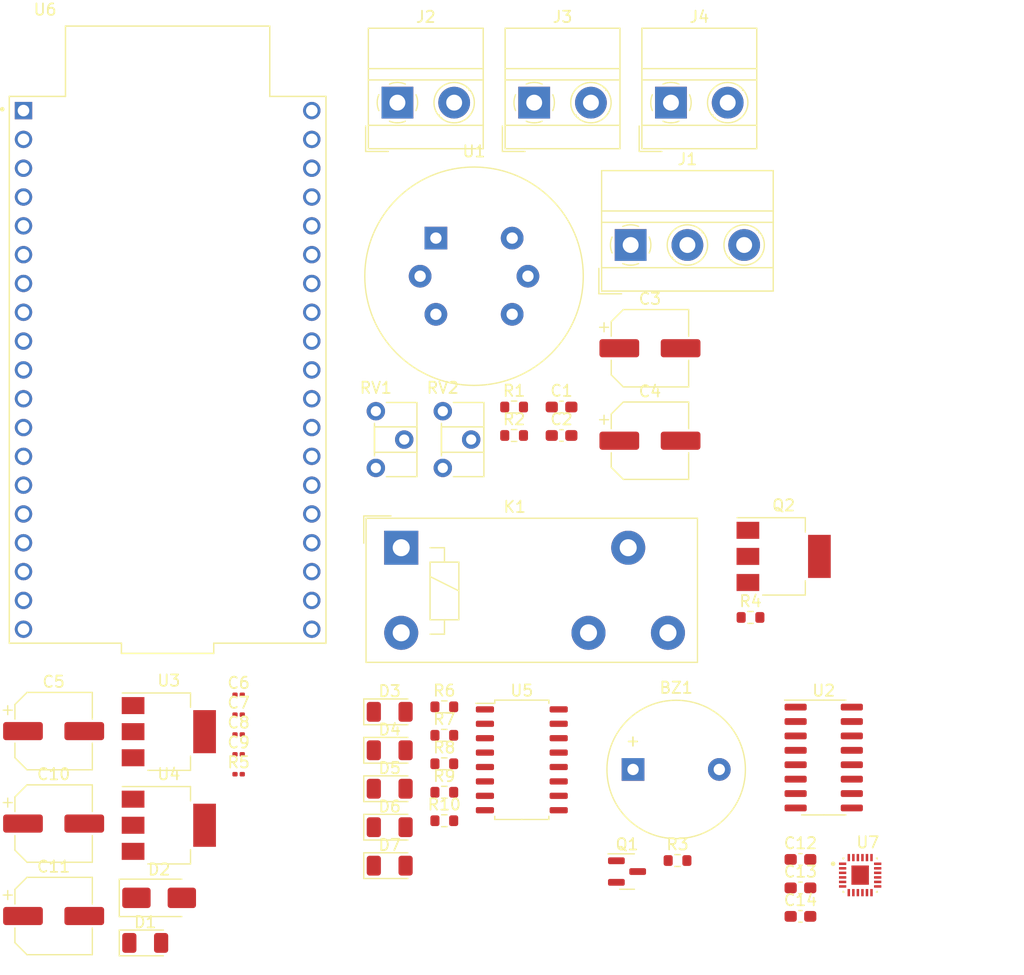
<source format=kicad_pcb>
(kicad_pcb (version 20221018) (generator pcbnew)
  (layers (0 "F.Cu" signal) (31 "B.Cu" signal) (34 "B.Paste" user) (35 "F.Paste" user) (36 "B.SilkS" user "B.Silkscreen") (37 "F.SilkS" user "F.Silkscreen") (38 "B.Mask" user) (39 "F.Mask" user) (44 "Edge.Cuts" user))
  (net 0 "")
  (net 1 "3.3V")
  (net 2 "Net-(BZ1-+)")
  (net 3 "/Controlador/Pin_Sensor_Gas")
  (net 4 "Earth")
  (net 5 "Net-(U1-A1)")
  (net 6 "5V")
  (net 7 "Net-(D2-K)")
  (net 8 "/Controlador/Pin_Sensor_GasEx")
  (net 9 "Net-(D1-A)")
  (net 10 "Positivo de Baateria")
  (net 11 "Net-(D3-K)")
  (net 12 "Net-(D3-A)")
  (net 13 "Net-(D4-K)")
  (net 14 "Net-(D4-A)")
  (net 15 "Net-(D5-K)")
  (net 16 "Net-(D5-A)")
  (net 17 "Net-(D6-K)")
  (net 18 "Net-(D6-A)")
  (net 19 "Net-(D7-K)")
  (net 20 "Net-(D7-A)")
  (net 21 "Positivo de bateria")
  (net 22 "/Controlador/NC_RL")
  (net 24 "/Controlador/SALIDA TRANSISTOR")
  (net 25 "/Controlador/NA_RL")
  (net 26 "/Controlador/Modulo de Diodos/D1")
  (net 27 "/Buzzer/Activador del buzzer")
  (net 28 "Activador de transistor")
  (net 29 "/Controlador/Modulo de Diodos/EN_D1")
  (net 30 "/Controlador/Modulo de Diodos/EN_D2")
  (net 31 "/Controlador/Modulo de Diodos/EN_D3")
  (net 32 "/Controlador/Modulo de Diodos/EN_D4")
  (net 33 "/Controlador/Modulo de Diodos/EN_D5")
  (net 34 "/Controlador/Modulo de Diodos/EN_D6")
  (net 35 "/Controlador/Modulo de Diodos/EN_D7")
  (net 36 "/Controlador/Modulo de Diodos/D7")
  (net 37 "/Controlador/Modulo de Diodos/D6")
  (net 38 "/Controlador/Modulo de Diodos/D5")
  (net 39 "/Controlador/Modulo de Diodos/D4")
  (net 40 "/Controlador/Modulo de Diodos/D3")
  (net 41 "/Controlador/Pin_Activador_LEDr1")
  (net 43 "GNDREF")
  (net 45 "/Controlador/Pin_Activador_LEDam")
  (net 46 "/Controlador/SDA")
  (net 47 "/Controlador/SCL")
  (net 48 "/Controlador/Pin_Activador_LEDr2")
  (net 49 "/Controlador/Pin_Activador_LEDv")
  (net 51 "/Controlador/Pin_Activador_LEDaz")
  (net 53 "/Controlador/Salida_Giroscopio")
  (net 54 "Net-(J1-Pin_3)")
  (net 55 "Net-(U7-REGOUT)")
  (net 56 "Net-(Q1-B)")
  (net 57 "Net-(Q2-G)")
  (footprint "LED_SMD:LED_1206_3216Metric" (layer "F.Cu") (at 34.18 3.07)
    (fp_text reference "D1" (at 0 -1.82) (layer "F.SilkS"))
    (fp_text value "LED")
    (pad "1" smd roundrect (at -1.4 0) (size 1.25 1.75) (layers "F.Cu" "F.Paste" "F.Mask") (roundrect_rratio 0.2) (net 4 "Earth"))
    (pad "2" smd roundrect (at 1.4 0) (size 1.25 1.75) (layers "F.Cu" "F.Paste" "F.Mask") (roundrect_rratio 0.2) (net 9 "Net-(D1-A)"))
  )
  (footprint "Package_TO_SOT_SMD:SOT-223-3_TabPin2" (layer "F.Cu") (at 36.26 -7.3)
    (fp_text reference "U4" (at 0 -4.5) (layer "F.SilkS"))
    (fp_text value "AMS1117-5.0")
    (pad "1" smd rect (at -3.15 -2.3) (size 2 1.5) (layers "F.Cu" "F.Paste" "F.Mask") (net 4 "Earth"))
    (pad "2" smd rect (at -3.15 0) (size 2 1.5) (layers "F.Cu" "F.Paste" "F.Mask") (net 6 "5V"))
    (pad "2" smd rect (at 3.15 0) (size 2 3.8) (layers "F.Cu" "F.Paste" "F.Mask") (net 6 "5V"))
    (pad "3" smd rect (at -3.15 2.3) (size 2 1.5) (layers "F.Cu" "F.Paste" "F.Mask") (net 7 "Net-(D2-K)"))
  )
  (footprint "Capacitor_SMD:C_0201_0603Metric" (layer "F.Cu") (at 42.41 -15.3)
    (fp_text reference "C8" (at 0 -1.05) (layer "F.SilkS"))
    (fp_text value "100nf")
    (pad "1" smd roundrect (at -0.32 0) (size 0.46 0.4) (layers "F.Cu" "F.Mask") (net 1 "3.3V"))
    (pad "2" smd roundrect (at 0.32 0) (size 0.46 0.4) (layers "F.Cu" "F.Mask") (net 4 "Earth"))
  )
  (footprint "LED_SMD:LED_1206_3216Metric" (layer "F.Cu") (at 55.72 -3.74)
    (fp_text reference "D7" (at 0 -1.82) (layer "F.SilkS"))
    (fp_text value "LED")
    (pad "1" smd roundrect (at -1.4 0) (size 1.25 1.75) (layers "F.Cu" "F.Paste" "F.Mask") (roundrect_rratio 0.2) (net 19 "Net-(D7-K)"))
    (pad "2" smd roundrect (at 1.4 0) (size 1.25 1.75) (layers "F.Cu" "F.Paste" "F.Mask") (roundrect_rratio 0.2) (net 20 "Net-(D7-A)"))
  )
  (footprint "Capacitor_SMD:C_0603_1608Metric_Pad1.08x0.95mm_HandSolder" (layer "F.Cu") (at 91.91 -1.78)
    (fp_text reference "C13" (at 0 -1.43) (layer "F.SilkS"))
    (fp_text value "10nF")
    (pad "1" smd roundrect (at -0.8625 0) (size 1.075 0.95) (layers "F.Cu" "F.Paste" "F.Mask") (net 1 "3.3V"))
    (pad "2" smd roundrect (at 0.8625 0) (size 1.075 0.95) (layers "F.Cu" "F.Paste" "F.Mask") (net 4 "Earth"))
  )
  (footprint "Capacitor_SMD:C_0603_1608Metric_Pad1.08x0.95mm_HandSolder" (layer "F.Cu") (at 70.86 -44.17)
    (fp_text reference "C1" (at 0 -1.43) (layer "F.SilkS"))
    (fp_text value "100nF")
    (pad "1" smd roundrect (at -0.8625 0) (size 1.075 0.95) (layers "F.Cu" "F.Paste" "F.Mask") (net 5 "Net-(U1-A1)"))
    (pad "2" smd roundrect (at 0.8625 0) (size 1.075 0.95) (layers "F.Cu" "F.Paste" "F.Mask") (net 6 "5V"))
  )
  (footprint "Buzzer_Beeper:Buzzer_12x9.5RM7.6" (layer "F.Cu") (at 77.16 -12.22)
    (fp_text reference "BZ1" (at 3.8 -7.2) (layer "F.SilkS"))
    (fp_text value "Buzzer")
    (fp_text user "+" (at -0.01 -2.54) (layer "F.SilkS"))
    (pad "1" thru_hole rect (at 0 0) (size 2 2) (drill 1) (layers "*.Cu" "*.Mask") (net 1 "3.3V"))
    (pad "2" thru_hole circle (at 7.6 0) (size 2 2) (drill 1) (layers "*.Cu" "*.Mask") (net 2 "Net-(BZ1-+)"))
  )
  (footprint "Resistor_SMD:R_0603_1608Metric" (layer "F.Cu") (at 66.68 -44.17)
    (fp_text reference "R1" (at 0 -1.43) (layer "F.SilkS"))
    (fp_text value "100")
    (pad "1" smd roundrect (at -0.825 0) (size 0.8 0.95) (layers "F.Cu" "F.Paste" "F.Mask") (net 8 "/Controlador/Pin_Sensor_GasEx"))
    (pad "2" smd roundrect (at 0.825 0) (size 0.8 0.95) (layers "F.Cu" "F.Paste" "F.Mask") (net 4 "Earth"))
  )
  (footprint "Resistor_SMD:R_0603_1608Metric" (layer "F.Cu") (at 60.53 -17.74)
    (fp_text reference "R6" (at 0 -1.43) (layer "F.SilkS"))
    (fp_text value "220")
    (pad "1" smd roundrect (at -0.825 0) (size 0.8 0.95) (layers "F.Cu" "F.Paste" "F.Mask") (net 6 "5V"))
    (pad "2" smd roundrect (at 0.825 0) (size 0.8 0.95) (layers "F.Cu" "F.Paste" "F.Mask") (net 12 "Net-(D3-A)"))
  )
  (footprint "Package_SO:SOIC-16_4.55x10.3mm_P1.27mm" (layer "F.Cu") (at 67.36 -13.07)
    (fp_text reference "U5" (at 0 -6.1) (layer "F.SilkS"))
    (fp_text value "ULN2003")
    (pad "1" smd roundrect (at -3.25 -4.445) (size 1.6 0.55) (layers "F.Cu" "F.Paste" "F.Mask") (net 41 "/Controlador/Pin_Activador_LEDr1"))
    (pad "2" smd roundrect (at -3.25 -3.175) (size 1.6 0.55) (layers "F.Cu" "F.Paste" "F.Mask") (net 48 "/Controlador/Pin_Activador_LEDr2"))
    (pad "3" smd roundrect (at -3.25 -1.905) (size 1.6 0.55) (layers "F.Cu" "F.Paste" "F.Mask") (net 51 "/Controlador/Pin_Activador_LEDaz"))
    (pad "4" smd roundrect (at -3.25 -0.635) (size 1.6 0.55) (layers "F.Cu" "F.Paste" "F.Mask") (net 45 "/Controlador/Pin_Activador_LEDam"))
    (pad "5" smd roundrect (at -3.25 0.635) (size 1.6 0.55) (layers "F.Cu" "F.Paste" "F.Mask") (net 49 "/Controlador/Pin_Activador_LEDv"))
    (pad "6" smd roundrect (at -3.25 1.905) (size 1.6 0.55) (layers "F.Cu" "F.Paste" "F.Mask"))
    (pad "7" smd roundrect (at -3.25 3.175) (size 1.6 0.55) (layers "F.Cu" "F.Paste" "F.Mask"))
    (pad "8" smd roundrect (at -3.25 4.445) (size 1.6 0.55) (layers "F.Cu" "F.Paste" "F.Mask") (net 43 "GNDREF"))
    (pad "9" smd roundrect (at 3.25 4.445) (size 1.6 0.55) (layers "F.Cu" "F.Paste" "F.Mask") (net 43 "GNDREF"))
    (pad "10" smd roundrect (at 3.25 3.175) (size 1.6 0.55) (layers "F.Cu" "F.Paste" "F.Mask"))
    (pad "11" smd roundrect (at 3.25 1.905) (size 1.6 0.55) (layers "F.Cu" "F.Paste" "F.Mask"))
    (pad "12" smd roundrect (at 3.25 0.635) (size 1.6 0.55) (layers "F.Cu" "F.Paste" "F.Mask") (net 19 "Net-(D7-K)"))
    (pad "13" smd roundrect (at 3.25 -0.635) (size 1.6 0.55) (layers "F.Cu" "F.Paste" "F.Mask") (net 17 "Net-(D6-K)"))
    (pad "14" smd roundrect (at 3.25 -1.905) (size 1.6 0.55) (layers "F.Cu" "F.Paste" "F.Mask") (net 15 "Net-(D5-K)"))
    (pad "15" smd roundrect (at 3.25 -3.175) (size 1.6 0.55) (layers "F.Cu" "F.Paste" "F.Mask") (net 13 "Net-(D4-K)"))
    (pad "16" smd roundrect (at 3.25 -4.445) (size 1.6 0.55) (layers "F.Cu" "F.Paste" "F.Mask") (net 11 "Net-(D3-K)"))
  )
  (footprint "Capacitor_SMD:CP_Elec_6.3x3" (layer "F.Cu") (at 26.11 -7.45)
    (fp_text reference "C10" (at 0 -4.35) (layer "F.SilkS"))
    (fp_text value "22uf")
    (pad "1" smd roundrect (at -2.7 0) (size 3.5 1.6) (layers "F.Cu" "F.Paste" "F.Mask") (roundrect_rratio 0.15625) (net 1 "3.3V"))
    (pad "2" smd roundrect (at 2.7 0) (size 3.5 1.6) (layers "F.Cu" "F.Paste" "F.Mask") (roundrect_rratio 0.15625) (net 4 "Earth"))
  )
  (footprint "Resistor_SMD:R_0603_1608Metric" (layer "F.Cu") (at 60.53 -12.72)
    (fp_text reference "R8" (at 0 -1.43) (layer "F.SilkS"))
    (fp_text value "220")
    (pad "1" smd roundrect (at -0.825 0) (size 0.8 0.95) (layers "F.Cu" "F.Paste" "F.Mask") (net 6 "5V"))
    (pad "2" smd roundrect (at 0.825 0) (size 0.8 0.95) (layers "F.Cu" "F.Paste" "F.Mask") (net 16 "Net-(D5-A)"))
  )
  (footprint "TerminalBlock_MetzConnect:TerminalBlock_MetzConnect_Type011_RT05503HBWC_1x03_P5.00mm_Horizontal" (layer "F.Cu") (at 76.95 -58.45)
    (fp_text reference "J1" (at 5 -7.56) (layer "F.SilkS"))
    (fp_text value "Screw_Terminal_01x03")
    (pad "1" thru_hole rect (at 0 0) (size 2.8 2.8) (drill 1.4) (layers "*.Cu" "*.Mask") (net 4 "Earth"))
    (pad "2" thru_hole circle (at 5 0) (size 2.8 2.8) (drill 1.4) (layers "*.Cu" "*.Mask") (net 8 "/Controlador/Pin_Sensor_GasEx"))
    (pad "3" thru_hole circle (at 10 0) (size 2.8 2.8) (drill 1.4) (layers "*.Cu" "*.Mask") (net 54 "Net-(J1-Pin_3)"))
  )
  (footprint "LED_SMD:LED_1206_3216Metric" (layer "F.Cu") (at 55.72 -10.52)
    (fp_text reference "D5" (at 0 -1.82) (layer "F.SilkS"))
    (fp_text value "LED")
    (pad "1" smd roundrect (at -1.4 0) (size 1.25 1.75) (layers "F.Cu" "F.Paste" "F.Mask") (roundrect_rratio 0.2) (net 15 "Net-(D5-K)"))
    (pad "2" smd roundrect (at 1.4 0) (size 1.25 1.75) (layers "F.Cu" "F.Paste" "F.Mask") (roundrect_rratio 0.2) (net 16 "Net-(D5-A)"))
  )
  (footprint "Package_SO:SOIC-16_3.9x9.9mm_P1.27mm" (layer "F.Cu") (at 93.96 -13.27)
    (fp_text reference "U2" (at 0 -5.9) (layer "F.SilkS"))
    (fp_text value "ULN2003")
    (pad "1" smd roundrect (at -2.475 -4.445) (size 1.95 0.6) (layers "F.Cu" "F.Paste" "F.Mask") (net 29 "/Controlador/Modulo de Diodos/EN_D1"))
    (pad "2" smd roundrect (at -2.475 -3.175) (size 1.95 0.6) (layers "F.Cu" "F.Paste" "F.Mask") (net 30 "/Controlador/Modulo de Diodos/EN_D2"))
    (pad "3" smd roundrect (at -2.475 -1.905) (size 1.95 0.6) (layers "F.Cu" "F.Paste" "F.Mask") (net 31 "/Controlador/Modulo de Diodos/EN_D3"))
    (pad "4" smd roundrect (at -2.475 -0.635) (size 1.95 0.6) (layers "F.Cu" "F.Paste" "F.Mask") (net 32 "/Controlador/Modulo de Diodos/EN_D4"))
    (pad "5" smd roundrect (at -2.475 0.635) (size 1.95 0.6) (layers "F.Cu" "F.Paste" "F.Mask") (net 33 "/Controlador/Modulo de Diodos/EN_D5"))
    (pad "6" smd roundrect (at -2.475 1.905) (size 1.95 0.6) (layers "F.Cu" "F.Paste" "F.Mask") (net 34 "/Controlador/Modulo de Diodos/EN_D6"))
    (pad "7" smd roundrect (at -2.475 3.175) (size 1.95 0.6) (layers "F.Cu" "F.Paste" "F.Mask") (net 35 "/Controlador/Modulo de Diodos/EN_D7"))
    (pad "8" smd roundrect (at -2.475 4.445) (size 1.95 0.6) (layers "F.Cu" "F.Paste" "F.Mask") (net 4 "Earth"))
    (pad "9" smd roundrect (at 2.475 4.445) (size 1.95 0.6) (layers "F.Cu" "F.Paste" "F.Mask") (net 21 "Positivo de bateria"))
    (pad "10" smd roundrect (at 2.475 3.175) (size 1.95 0.6) (layers "F.Cu" "F.Paste" "F.Mask") (net 36 "/Controlador/Modulo de Diodos/D7"))
    (pad "11" smd roundrect (at 2.475 1.905) (size 1.95 0.6) (layers "F.Cu" "F.Paste" "F.Mask") (net 37 "/Controlador/Modulo de Diodos/D6"))
    (pad "12" smd roundrect (at 2.475 0.635) (size 1.95 0.6) (layers "F.Cu" "F.Paste" "F.Mask") (net 38 "/Controlador/Modulo de Diodos/D5"))
    (pad "13" smd roundrect (at 2.475 -0.635) (size 1.95 0.6) (layers "F.Cu" "F.Paste" "F.Mask") (net 39 "/Controlador/Modulo de Diodos/D4"))
    (pad "14" smd roundrect (at 2.475 -1.905) (size 1.95 0.6) (layers "F.Cu" "F.Paste" "F.Mask") (net 40 "/Controlador/Modulo de Diodos/D3"))
    (pad "15" smd roundrect (at 2.475 -3.175) (size 1.95 0.6) (layers "F.Cu" "F.Paste" "F.Mask") (net 28 "Activador de transistor"))
    (pad "16" smd roundrect (at 2.475 -4.445) (size 1.95 0.6) (layers "F.Cu" "F.Paste" "F.Mask") (net 26 "/Controlador/Modulo de Diodos/D1"))
  )
  (footprint "Resistor_SMD:R_0201_0603Metric" (layer "F.Cu") (at 42.41 -11.8)
    (fp_text reference "R5" (at 0 -1.05) (layer "F.SilkS"))
    (fp_text value "220")
    (pad "1" smd roundrect (at -0.32 0) (size 0.46 0.4) (layers "F.Cu" "F.Mask") (net 10 "Positivo de Baateria"))
    (pad "2" smd roundrect (at 0.32 0) (size 0.46 0.4) (layers "F.Cu" "F.Mask") (net 9 "Net-(D1-A)"))
  )
  (footprint "Package_TO_SOT_SMD:SOT-223" (layer "F.Cu") (at 90.43 -31)
    (fp_text reference "Q2" (at 0 -4.5) (layer "F.SilkS"))
    (fp_text value "BSP75N")
    (pad "1" smd rect (at -3.15 -2.3) (size 2 1.5) (layers "F.Cu" "F.Paste" "F.Mask") (net 57 "Net-(Q2-G)"))
    (pad "2" smd rect (at -3.15 0) (size 2 1.5) (layers "F.Cu" "F.Paste" "F.Mask") (net 24 "/Controlador/SALIDA TRANSISTOR"))
    (pad "3" smd rect (at -3.15 2.3) (size 2 1.5) (layers "F.Cu" "F.Paste" "F.Mask") (net 4 "Earth"))
    (pad "4" smd rect (at 3.15 0) (size 2 3.8) (layers "F.Cu" "F.Paste" "F.Mask") (net 4 "Earth"))
  )
  (footprint "TerminalBlock_MetzConnect:TerminalBlock_MetzConnect_Type011_RT05502HBWC_1x02_P5.00mm_Horizontal" (layer "F.Cu") (at 68.45 -71)
    (fp_text reference "J3" (at 2.5 -7.56) (layer "F.SilkS"))
    (fp_text value "Screw_Terminal_01x02")
    (pad "1" thru_hole rect (at 0 0) (size 2.8 2.8) (drill 1.4) (layers "*.Cu" "*.Mask"))
    (pad "2" thru_hole circle (at 5 0) (size 2.8 2.8) (drill 1.4) (layers "*.Cu" "*.Mask") (net 24 "/Controlador/SALIDA TRANSISTOR"))
  )
  (footprint "Capacitor_SMD:C_0603_1608Metric_Pad1.08x0.95mm_HandSolder" (layer "F.Cu") (at 91.91 0.73)
    (fp_text reference "C14" (at 0 -1.43) (layer "F.SilkS"))
    (fp_text value "0.1μF")
    (pad "1" smd roundrect (at -0.8625 0) (size 1.075 0.95) (layers "F.Cu" "F.Paste" "F.Mask") (net 1 "3.3V"))
    (pad "2" smd roundrect (at 0.8625 0) (size 1.075 0.95) (layers "F.Cu" "F.Paste" "F.Mask") (net 4 "Earth"))
  )
  (footprint "Capacitor_SMD:CP_Elec_6.3x7.7" (layer "F.Cu") (at 78.65 -49.35)
    (fp_text reference "C3" (at 0 -4.35) (layer "F.SilkS"))
    (fp_text value "4.7 uF")
    (pad "1" smd roundrect (at -2.7 0) (size 3.5 1.6) (layers "F.Cu" "F.Paste" "F.Mask") (roundrect_rratio 0.15625) (net 8 "/Controlador/Pin_Sensor_GasEx"))
    (pad "2" smd roundrect (at 2.7 0) (size 3.5 1.6) (layers "F.Cu" "F.Paste" "F.Mask") (roundrect_rratio 0.15625) (net 4 "Earth"))
  )
  (footprint "Potentiometer_THT:Potentiometer_ACP_CA6-H2,5_Horizontal" (layer "F.Cu") (at 60.4 -43.8)
    (fp_text reference "RV2" (at 0 -2.06) (layer "F.SilkS"))
    (fp_text value "60K")
    (pad "1" thru_hole circle (at 0 0) (size 1.62 1.62) (drill 0.9) (layers "*.Cu" "*.Mask") (net 3 "/Controlador/Pin_Sensor_Gas"))
    (pad "2" thru_hole circle (at 2.5 2.5) (size 1.62 1.62) (drill 0.9) (layers "*.Cu" "*.Mask") (net 4 "Earth"))
    (pad "3" thru_hole circle (at 0 5) (size 1.62 1.62) (drill 0.9) (layers "*.Cu" "*.Mask") (net 4 "Earth"))
  )
  (footprint "Capacitor_SMD:C_0201_0603Metric" (layer "F.Cu") (at 42.41 -18.8)
    (fp_text reference "C6" (at 0 -1.05) (layer "F.SilkS"))
    (fp_text value "100nf")
    (pad "1" smd roundrect (at -0.32 0) (size 0.46 0.4) (layers "F.Cu" "F.Mask") (net 7 "Net-(D2-K)"))
    (pad "2" smd roundrect (at 0.32 0) (size 0.46 0.4) (layers "F.Cu" "F.Mask") (net 4 "Earth"))
  )
  (footprint "LED_SMD:LED_1206_3216Metric" (layer "F.Cu") (at 55.72 -7.13)
    (fp_text reference "D6" (at 0 -1.82) (layer "F.SilkS"))
    (fp_text value "LED")
    (pad "1" smd roundrect (at -1.4 0) (size 1.25 1.75) (layers "F.Cu" "F.Paste" "F.Mask") (roundrect_rratio 0.2) (net 17 "Net-(D6-K)"))
    (pad "2" smd roundrect (at 1.4 0) (size 1.25 1.75) (layers "F.Cu" "F.Paste" "F.Mask") (roundrect_rratio 0.2) (net 18 "Net-(D6-A)"))
  )
  (footprint "TerminalBlock_MetzConnect:TerminalBlock_MetzConnect_Type011_RT05502HBWC_1x02_P5.00mm_Horizontal" (layer "F.Cu") (at 80.5 -71)
    (fp_text reference "J4" (at 2.5 -7.56) (layer "F.SilkS"))
    (fp_text value "Screw_Terminal_01x02")
    (pad "1" thru_hole rect (at 0 0) (size 2.8 2.8) (drill 1.4) (layers "*.Cu" "*.Mask") (net 21 "Positivo de bateria"))
    (pad "2" thru_hole circle (at 5 0) (size 2.8 2.8) (drill 1.4) (layers "*.Cu" "*.Mask") (net 4 "Earth"))
  )
  (footprint "Resistor_SMD:R_0603_1608Metric" (layer "F.Cu") (at 87.51 -25.62)
    (fp_text reference "R4" (at 0 -1.43) (layer "F.SilkS"))
    (fp_text value "220")
    (pad "1" smd roundrect (at -0.825 0) (size 0.8 0.95) (layers "F.Cu" "F.Paste" "F.Mask") (net 28 "Activador de transistor"))
    (pad "2" smd roundrect (at 0.825 0) (size 0.8 0.95) (layers "F.Cu" "F.Paste" "F.Mask") (net 57 "Net-(Q2-G)"))
  )
  (footprint "Potentiometer_THT:Potentiometer_ACP_CA6-H2,5_Horizontal" (layer "F.Cu") (at 54.5 -43.8)
    (fp_text reference "RV1" (at 0 -2.06) (layer "F.SilkS"))
    (fp_text value "60K")
    (pad "1" thru_hole circle (at 0 0) (size 1.62 1.62) (drill 0.9) (layers "*.Cu" "*.Mask") (net 8 "/Controlador/Pin_Sensor_GasEx"))
    (pad "2" thru_hole circle (at 2.5 2.5) (size 1.62 1.62) (drill 0.9) (layers "*.Cu" "*.Mask") (net 4 "Earth"))
    (pad "3" thru_hole circle (at 0 5) (size 1.62 1.62) (drill 0.9) (layers "*.Cu" "*.Mask") (net 4 "Earth"))
  )
  (footprint "Resistor_SMD:R_0603_1608Metric" (layer "F.Cu") (at 60.53 -15.23)
    (fp_text reference "R7" (at 0 -1.43) (layer "F.SilkS"))
    (fp_text value "220")
    (pad "1" smd roundrect (at -0.825 0) (size 0.8 0.95) (layers "F.Cu" "F.Paste" "F.Mask") (net 6 "5V"))
    (pad "2" smd roundrect (at 0.825 0) (size 0.8 0.95) (layers "F.Cu" "F.Paste" "F.Mask") (net 14 "Net-(D4-A)"))
  )
  (footprint "TerminalBlock_MetzConnect:TerminalBlock_MetzConnect_Type011_RT05502HBWC_1x02_P5.00mm_Horizontal" (layer "F.Cu") (at 56.4 -71)
    (fp_text reference "J2" (at 2.5 -7.56) (layer "F.SilkS"))
    (fp_text value "Screw_Terminal_01x02")
    (pad "1" thru_hole rect (at 0 0) (size 2.8 2.8) (drill 1.4) (layers "*.Cu" "*.Mask") (net 22 "/Controlador/NC_RL"))
    (pad "2" thru_hole circle (at 5 0) (size 2.8 2.8) (drill 1.4) (layers "*.Cu" "*.Mask") (net 25 "/Controlador/NA_RL"))
  )
  (footprint "Resistor_SMD:R_0603_1608Metric" (layer "F.Cu") (at 60.53 -10.21)
    (fp_text reference "R9" (at 0 -1.43) (layer "F.SilkS"))
    (fp_text value "220")
    (pad "1" smd roundrect (at -0.825 0) (size 0.8 0.95) (layers "F.Cu" "F.Paste" "F.Mask") (net 6 "5V"))
    (pad "2" smd roundrect (at 0.825 0) (size 0.8 0.95) (layers "F.Cu" "F.Paste" "F.Mask") (net 18 "Net-(D6-A)"))
  )
  (footprint "MPU-6500:QFN40P300X300X95-25N" (layer "F.Cu") (at 97.17 -2.905)
    (fp_text reference "U7" (at 0.675 -2.885) (layer "F.SilkS"))
    (fp_text value "MPU-6500")
    (pad "1" smd roundrect (at -1.545 -1) (size 0.64 0.22) (layers "F.Cu" "F.Paste" "F.Mask") (roundrect_rratio 0.03))
    (pad "2" smd roundrect (at -1.545 -0.6) (size 0.64 0.22) (layers "F.Cu" "F.Paste" "F.Mask") (roundrect_rratio 0.03))
    (pad "3" smd roundrect (at -1.545 -0.2) (size 0.64 0.22) (layers "F.Cu" "F.Paste" "F.Mask") (roundrect_rratio 0.03))
    (pad "4" smd roundrect (at -1.545 0.2) (size 0.64 0.22) (layers "F.Cu" "F.Paste" "F.Mask") (roundrect_rratio 0.03))
    (pad "5" smd roundrect (at -1.545 0.6) (size 0.64 0.22) (layers "F.Cu" "F.Paste" "F.Mask") (roundrect_rratio 0.03))
    (pad "6" smd roundrect (at -1.545 1) (size 0.64 0.22) (layers "F.Cu" "F.Paste" "F.Mask") (roundrect_rratio 0.03))
    (pad "7" smd roundrect (at -1 1.545 90) (size 0.64 0.22) (layers "F.Cu" "F.Paste" "F.Mask") (roundrect_rratio 0.03))
    (pad "8" smd roundrect (at -0.6 1.545 90) (size 0.64 0.22) (layers "F.Cu" "F.Paste" "F.Mask") (roundrect_rratio 0.03) (net 1 "3.3V"))
    (pad "9" smd roundrect (at -0.2 1.545 90) (size 0.64 0.22) (layers "F.Cu" "F.Paste" "F.Mask") (roundrect_rratio 0.03) (net 53 "/Controlador/Salida_Giroscopio"))
    (pad "10" smd roundrect (at 0.2 1.545 90) (size 0.64 0.22) (layers "F.Cu" "F.Paste" "F.Mask") (roundrect_rratio 0.03) (net 55 "Net-(U7-REGOUT)"))
    (pad "11" smd roundrect (at 0.6 1.545 90) (size 0.64 0.22) (layers "F.Cu" "F.Paste" "F.Mask") (roundrect_rratio 0.03) (net 4 "Earth"))
    (pad "12" smd roundrect (at 1 1.545 90) (size 0.64 0.22) (layers "F.Cu" "F.Paste" "F.Mask") (roundrect_rratio 0.03) (net 1 "3.3V"))
    (pad "13" smd roundrect (at 1.545 1) (size 0.64 0.22) (layers "F.Cu" "F.Paste" "F.Mask") (roundrect_rratio 0.03) (net 1 "3.3V"))
    (pad "14" smd roundrect (at 1.545 0.6) (size 0.64 0.22) (layers "F.Cu" "F.Paste" "F.Mask") (roundrect_rratio 0.03))
    (pad "15" smd roundrect (at 1.545 0.2) (size 0.64 0.22) (layers "F.Cu" "F.Paste" "F.Mask") (roundrect_rratio 0.03))
    (pad "16" smd roundrect (at 1.545 -0.2) (size 0.64 0.22) (layers "F.Cu" "F.Paste" "F.Mask") (roundrect_rratio 0.03))
    (pad "17" smd roundrect (at 1.545 -0.6) (size 0.64 0.22) (layers "F.Cu" "F.Paste" "F.Mask") (roundrect_rratio 0.03))
    (pad "18" smd roundrect (at 1.545 -1) (size 0.64 0.22) (layers "F.Cu" "F.Paste" "F.Mask") (roundrect_rratio 0.03) (net 4 "Earth"))
    (pad "19" smd roundrect (at 1 -1.545 90) (size 0.64 0.22) (layers "F.Cu" "F.Paste" "F.Mask") (roundrect_rratio 0.03))
    (pad "20" smd roundrect (at 0.6 -1.545 90) (size 0.64 0.22) (layers "F.Cu" "F.Paste" "F.Mask") (roundrect_rratio 0.03) (net 4 "Earth"))
    (pad "21" smd roundrect (at 0.2 -1.545 90) (size 0.64 0.22) (layers "F.Cu" "F.Paste" "F.Mask") (roundrect_rratio 0.03))
    (pad "22" smd roundrect (at -0.2 -1.545 90) (size 0.64 0.22) (layers "F.Cu" "F.Paste" "F.Mask") (roundrect_rratio 0.03) (net 1 "3.3V"))
    (pad "23" smd roundrect (at -0.6 -1.545 90) (size 0.64 0.22) (layers "F.Cu" "F.Paste" "F.Mask") (roundrect_rratio 0.03) (net 46 "/Controlador/SDA"))
    (pad "24" smd roundrect (at -1 -1.545 90) (size 0.64 0.22) (layers "F.Cu" "F.Paste" "F.Mask") (roundrect_rratio 0.03) (net 47 "/Controlador/SCL"))
    (pad "25" smd rect (at 0 0) (size 1.54 1.7) (layers "F.Cu" "F.Mask") (net 4 "Earth"))
  )
  (footprint "Capacitor_SMD:C_0201_0603Metric" (layer "F.Cu") (at 42.41 -13.55)
    (fp_text reference "C9" (at 0 -1.05) (layer "F.SilkS"))
    (fp_text value "100nf")
    (pad "1" smd roundrect (at -0.32 0) (size 0.46 0.4) (layers "F.Cu" "F.Mask") (net 6 "5V"))
    (pad "2" smd roundrect (at 0.32 0) (size 0.46 0.4) (layers "F.Cu" "F.Mask") (net 4 "Earth"))
  )
  (footprint "Capacitor_SMD:C_0603_1608Metric_Pad1.08x0.95mm_HandSolder" (layer "F.Cu") (at 91.91 -4.29)
    (fp_text reference "C12" (at 0 -1.43) (layer "F.SilkS"))
    (fp_text value "0.1μF")
    (pad "1" smd roundrect (at -0.8625 0) (size 1.075 0.95) (layers "F.Cu" "F.Paste" "F.Mask") (net 55 "Net-(U7-REGOUT)"))
    (pad "2" smd roundrect (at 0.8625 0) (size 1.075 0.95) (layers "F.Cu" "F.Paste" "F.Mask") (net 4 "Earth"))
  )
  (footprint "Relay_THT:Relay_SPDT_Finder_40.31" (layer "F.Cu") (at 56.735 -31.765)
    (fp_text reference "K1" (at 10 -3.6) (layer "F.SilkS"))
    (fp_text value "FINDER-40.31")
    (pad "11" thru_hole circle (at 20 0) (size 3 3) (drill 1.5) (layers "*.Cu" "*.Mask") (net 21 "Positivo de bateria"))
    (pad "12" thru_hole circle (at 16.5 7.5) (size 3 3) (drill 1.5) (layers "*.Cu" "*.Mask") (net 22 "/Controlador/NC_RL"))
    (pad "14" thru_hole circle (at 23.5 7.5) (size 3 3) (drill 1.5) (layers "*.Cu" "*.Mask") (net 25 "/Controlador/NA_RL"))
    (pad "A1" thru_hole rect (at 0 0) (size 3 3) (drill 1.5) (layers "*.Cu" "*.Mask") (net 21 "Positivo de bateria"))
    (pad "A2" thru_hole circle (at 0 7.5) (size 3 3) (drill 1.5) (layers "*.Cu" "*.Mask") (net 26 "/Controlador/Modulo de Diodos/D1"))
  )
  (footprint "Capacitor_SMD:C_0603_1608Metric_Pad1.08x0.95mm_HandSolder" (layer "F.Cu") (at 70.86 -41.66)
    (fp_text reference "C2" (at 0 -1.43) (layer "F.SilkS"))
    (fp_text value "100nF")
    (pad "1" smd roundrect (at -0.8625 0) (size 1.075 0.95) (layers "F.Cu" "F.Paste" "F.Mask") (net 6 "5V"))
    (pad "2" smd roundrect (at 0.8625 0) (size 1.075 0.95) (layers "F.Cu" "F.Paste" "F.Mask") (net 54 "Net-(J1-Pin_3)"))
  )
  (footprint "Diode_SMD:D_SMA" (layer "F.Cu") (at 35.405 -0.9)
    (fp_text reference "D2" (at 0 -2.5) (layer "F.SilkS"))
    (fp_text value "M1")
    (pad "1" smd roundrect (at -2 0) (size 2.5 1.8) (layers "F.Cu" "F.Paste" "F.Mask") (roundrect_rratio 0.1388888889) (net 7 "Net-(D2-K)"))
    (pad "2" smd roundrect (at 2 0) (size 2.5 1.8) (layers "F.Cu" "F.Paste" "F.Mask") (roundrect_rratio 0.1388888889) (net 10 "Positivo de Baateria"))
  )
  (footprint "Sensor:MQ-6" (layer "F.Cu") (at 59.79 -59.06)
    (fp_text reference "U1" (at 3.36 -7.64) (layer "F.SilkS"))
    (fp_text value "MQ-6")
    (pad "1" thru_hole rect (at 0 0) (size 2 2) (drill 1) (layers "*.Cu" "*.Mask") (net 3 "/Controlador/Pin_Sensor_Gas"))
    (pad "2" thru_hole circle (at -1.39 3.36) (size 2 2) (drill 1) (layers "*.Cu" "*.Mask") (net 5 "Net-(U1-A1)"))
    (pad "3" thru_hole circle (at 0 6.72 90) (size 2 2) (drill 1) (layers "*.Cu" "*.Mask") (net 3 "/Controlador/Pin_Sensor_Gas"))
    (pad "4" thru_hole circle (at 6.72 6.72 180) (size 2 2) (drill 1) (layers "*.Cu" "*.Mask") (net 5 "Net-(U1-A1)"))
    (pad "5" thru_hole circle (at 8.11 3.36) (size 2 2) (drill 1) (layers "*.Cu" "*.Mask") (net 4 "Earth"))
    (pad "6" thru_hole circle (at 6.72 0 270) (size 2 2) (drill 1) (layers "*.Cu" "*.Mask") (net 5 "Net-(U1-A1)"))
  )
  (footprint "Capacitor_SMD:CP_Elec_6.3x7.7" (layer "F.Cu") (at 78.65 -41.2)
    (fp_text reference "C4" (at 0 -4.35) (layer "F.SilkS"))
    (fp_text value "4.7 uF")
    (pad "1" smd roundrect (at -2.7 0) (size 3.5 1.6) (layers "F.Cu" "F.Paste" "F.Mask") (roundrect_rratio 0.15625) (net 3 "/Controlador/Pin_Sensor_Gas"))
    (pad "2" smd roundrect (at 2.7 0) (size 3.5 1.6) (layers "F.Cu" "F.Paste" "F.Mask") (roundrect_rratio 0.15625) (net 4 "Earth"))
  )
  (footprint "Package_TO_SOT_SMD:SOT-23" (layer "F.Cu") (at 76.63 -3.22)
    (fp_text reference "Q1" (at 0 -2.4) (layer "F.SilkS"))
    (fp_text value "BC817")
    (pad "1" smd roundrect (at -0.9375 -0.95) (size 1.475 0.6) (layers "F.Cu" "F.Paste" "F.Mask") (net 56 "Net-(Q1-B)"))
    (pad "2" smd roundrect (at -0.9375 0.95) (size 1.475 0.6) (layers "F.Cu" "F.Paste" "F.Mask") (net 4 "Earth"))
    (pad "3" smd roundrect (at 0.9375 0) (size 1.475 0.6) (layers "F.Cu" "F.Paste" "F.Mask") (net 2 "Net-(BZ1-+)"))
  )
  (footprint "Capacitor_SMD:CP_Elec_6.3x3" (layer "F.Cu") (at 26.11 0.7)
    (fp_text reference "C11" (at 0 -4.35) (layer "F.SilkS"))
    (fp_text value "22uf")
    (pad "1" smd roundrect (at -2.7 0) (size 3.5 1.6) (layers "F.Cu" "F.Paste" "F.Mask") (roundrect_rratio 0.15625) (net 6 "5V"))
    (pad "2" smd roundrect (at 2.7 0) (size 3.5 1.6) (layers "F.Cu" "F.Paste" "F.Mask") (roundrect_rratio 0.15625) (net 4 "Earth"))
  )
  (footprint "Resistor_SMD:R_0603_1608Metric" (layer "F.Cu") (at 66.68 -41.66)
    (fp_text reference "R2" (at 0 -1.43) (layer "F.SilkS"))
    (fp_text value "100")
    (pad "1" smd roundrect (at -0.825 0) (size 0.8 0.95) (layers "F.Cu" "F.Paste" "F.Mask") (net 3 "/Controlador/Pin_Sensor_Gas"))
    (pad "2" smd roundrect (at 0.825 0) (size 0.8 0.95) (layers "F.Cu" "F.Paste" "F.Mask") (net 4 "Earth"))
  )
  (footprint "Resistor_SMD:R_0603_1608Metric" (layer "F.Cu") (at 60.53 -7.7)
    (fp_text reference "R10" (at 0 -1.43) (layer "F.SilkS"))
    (fp_text value "220")
    (pad "1" smd roundrect (at -0.825 0) (size 0.8 0.95) (layers "F.Cu" "F.Paste" "F.Mask") (net 6 "5V"))
    (pad "2" smd roundrect (at 0.825 0) (size 0.8 0.95) (layers "F.Cu" "F.Paste" "F.Mask") (net 20 "Net-(D7-A)"))
  )
  (footprint "Capacitor_SMD:CP_Elec_6.3x3" (layer "F.Cu") (at 26.11 -15.6)
    (fp_text reference "C5" (at 0 -4.35) (layer "F.SilkS"))
    (fp_text value "100uf")
    (pad "1" smd roundrect (at -2.7 0) (size 3.5 1.6) (layers "F.Cu" "F.Paste" "F.Mask") (roundrect_rratio 0.15625) (net 7 "Net-(D2-K)"))
    (pad "2" smd roundrect (at 2.7 0) (size 3.5 1.6) (layers "F.Cu" "F.Paste" "F.Mask") (roundrect_rratio 0.15625) (net 4 "Earth"))
  )
  (footprint "Package_TO_SOT_SMD:SOT-223-3_TabPin2" (layer "F.Cu") (at 36.26 -15.55)
    (fp_text reference "U3" (at 0 -4.5) (layer "F.SilkS"))
    (fp_text value "AMS1117-3.3")
    (pad "1" smd rect (at -3.15 -2.3) (size 2 1.5) (layers "F.Cu" "F.Paste" "F.Mask") (net 4 "Earth"))
    (pad "2" smd rect (at -3.15 0) (size 2 1.5) (layers "F.Cu" "F.Paste" "F.Mask") (net 1 "3.3V"))
    (pad "2" smd rect (at 3.15 0) (size 2 3.8) (layers "F.Cu" "F.Paste" "F.Mask") (net 1 "3.3V"))
    (pad "3" smd rect (at -3.15 2.3) (size 2 1.5) (layers "F.Cu" "F.Paste" "F.Mask") (net 7 "Net-(D2-K)"))
  )
  (footprint "LED_SMD:LED_1206_3216Metric" (layer "F.Cu") (at 55.72 -17.3)
    (fp_text reference "D3" (at 0 -1.82) (layer "F.SilkS"))
    (fp_text value "LED")
    (pad "1" smd roundrect (at -1.4 0) (size 1.25 1.75) (layers "F.Cu" "F.Paste" "F.Mask") (roundrect_rratio 0.2) (net 11 "Net-(D3-K)"))
    (pad "2" smd roundrect (at 1.4 0) (size 1.25 1.75) (layers "F.Cu" "F.Paste" "F.Mask") (roundrect_rratio 0.2) (net 12 "Net-(D3-A)"))
  )
  (footprint "Resistor_SMD:R_0603_1608Metric" (layer "F.Cu") (at 81.08 -4.19)
    (fp_text reference "R3" (at 0 -1.43) (layer "F.SilkS"))
    (fp_text value "1K")
    (pad "1" smd roundrect (at -0.825 0) (size 0.8 0.95) (layers "F.Cu" "F.Paste" "F.Mask") (net 27 "/Buzzer/Activador del buzzer"))
    (pad "2" smd roundrect (at 0.825 0) (size 0.8 0.95) (layers "F.Cu" "F.Paste" "F.Mask") (net 56 "Net-(Q1-B)"))
  )
  (footprint "ESP32-DEVKITC:MODULE_ESP32-DEVKITC" (layer "F.Cu") (at 36.155 -47.45)
    (fp_text reference "U6" (at -10.795 -31.75) (layer "F.SilkS"))
    (fp_text value "ESP32-DEVKITC")
    (pad "1" thru_hole rect (at -12.7 -22.85) (size 1.53 1.53) (drill 1.02) (layers "*.Cu" "*.Mask") (net 1 "3.3V"))
    (pad "2" thru_hole circle (at -12.7 -20.31) (size 1.53 1.53) (drill 1.02) (layers "*.Cu" "*.Mask"))
    (pad "3" thru_hole circle (at -12.7 -17.77) (size 1.53 1.53) (drill 1.02) (layers "*.Cu" "*.Mask"))
    (pad "4" thru_hole circle (at -12.7 -15.23) (size 1.53 1.53) (drill 1.02) (layers "*.Cu" "*.Mask"))
    (pad "5" thru_hole circle (at -12.7 -12.69) (size 1.53 1.53) (drill 1.02) (layers "*.Cu" "*.Mask"))
    (pad "6" thru_hole circle (at -12.7 -10.15) (size 1.53 1.53) (drill 1.02) (layers "*.Cu" "*.Mask"))
    (pad "7" thru_hole circle (at -12.7 -7.61) (size 1.53 1.53) (drill 1.02) (layers "*.Cu" "*.Mask") (net 3 "/Controlador/Pin_Sensor_Gas"))
    (pad "8" thru_hole circle (at -12.7 -5.07) (size 1.53 1.53) (drill 1.02) (layers "*.Cu" "*.Mask") (net 8 "/Controlador/Pin_Sensor_GasEx"))
    (pad "9" thru_hole circle (at -12.7 -2.53) (size 1.53 1.53) (drill 1.02) (layers "*.Cu" "*.Mask"))
    (pad "10" thru_hole circle (at -12.7 0.01) (size 1.53 1.53) (drill 1.02) (layers "*.Cu" "*.Mask"))
    (pad "11" thru_hole circle (at -12.7 2.55) (size 1.53 1.53) (drill 1.02) (layers "*.Cu" "*.Mask") (net 53 "/Controlador/Salida_Giroscopio"))
    (pad "12" thru_hole circle (at -12.7 5.09) (size 1.53 1.53) (drill 1.02) (layers "*.Cu" "*.Mask"))
    (pad "13" thru_hole circle (at -12.7 7.63) (size 1.53 1.53) (drill 1.02) (layers "*.Cu" "*.Mask"))
    (pad "14" thru_hole circle (at -12.7 10.17) (size 1.53 1.53) (drill 1.02) (layers "*.Cu" "*.Mask") (net 4 "Earth"))
    (pad "15" thru_hole circle (at -12.7 12.71) (size 1.53 1.53) (drill 1.02) (layers "*.Cu" "*.Mask"))
    (pad "16" thru_hole circle (at -12.7 15.25) (size 1.53 1.53) (drill 1.02) (layers "*.Cu" "*.Mask"))
    (pad "17" thru_hole circle (at -12.7 17.79) (size 1.53 1.53) (drill 1.02) (layers "*.Cu" "*.Mask"))
    (pad "18" thru_hole circle (at -12.7 20.33) (size 1.53 1.53) (drill 1.02) (layers "*.Cu" "*.Mask"))
    (pad "19" thru_hole circle (at -12.7 22.87) (size 1.53 1.53) (drill 1.02) (layers "*.Cu" "*.Mask"))
    (pad "20" thru_hole circle (at 12.7 22.87) (size 1.53 1.53) (drill 1.02) (layers "*.Cu" "*.Mask"))
    (pad "21" thru_hole circle (at 12.7 20.33) (size 1.53 1.53) (drill 1.02) (layers "*.Cu" "*.Mask"))
    (pad "22" thru_hole circle (at 12.7 17.79) (size 1.53 1.53) (drill 1.02) (layers "*.Cu" "*.Mask"))
    (pad "23" thru_hole circle (at 12.7 15.25) (size 1.53 1.53) (drill 1.02) (layers "*.Cu" "*.Mask"))
    (pad "24" thru_hole circle (at 12.7 12.71) (size 1.53 1.53) (drill 1.02) (layers "*.Cu" "*.Mask"))
    (pad "25" thru_hole circle (at 12.7 10.17) (size 1.53 1.53) (drill 1.02) (layers "*.Cu" "*.Mask") (net 29 "/Controlador/Modulo de Diodos/EN_D1"))
    (pad "26" thru_hole circle (at 12.7 7.63) (size 1.53 1.53) (drill 1.02) (layers "*.Cu" "*.Mask") (net 30 "/Controlador/Modulo de Diodos/EN_D2"))
    (pad "27" thru_hole circle (at 12.7 5.09) (size 1.53 1.53) (drill 1.02) (layers "*.Cu" "*.Mask") (net 49 "/Controlador/Pin_Activador_LEDv"))
    (pad "28" thru_hole circle (at 12.7 2.55) (size 1.53 1.53) (drill 1.02) (layers "*.Cu" "*.Mask") (net 45 "/Controlador/Pin_Activador_LEDam"))
    (pad "29" thru_hole circle (at 12.7 0.01) (size 1.53 1.53) (drill 1.02) (layers "*.Cu" "*.Mask") (net 51 "/Controlador/Pin_Activador_LEDaz"))
    (pad "30" thru_hole circle (at 12.7 -2.53) (size 1.53 1.53) (drill 1.02) (layers "*.Cu" "*.Mask") (net 48 "/Controlador/Pin_Activador_LEDr2"))
    (pad "31" thru_hole circle (at 12.7 -5.07) (size 1.53 1.53) (drill 1.02) (layers "*.Cu" "*.Mask") (net 41 "/Controlador/Pin_Activador_LEDr1"))
    (pad "32" thru_hole circle (at 12.7 -7.61) (size 1.53 1.53) (drill 1.02) (layers "*.Cu" "*.Mask"))
    (pad "33" thru_hole circle (at 12.7 -10.15) (size 1.53 1.53) (drill 1.02) (layers "*.Cu" "*.Mask") (net 46 "/Controlador/SDA"))
    (pad "34" thru_hole circle (at 12.7 -12.69) (size 1.53 1.53) (drill 1.02) (layers "*.Cu" "*.Mask"))
    (pad "35" thru_hole circle (at 12.7 -15.23) (size 1.53 1.53) (drill 1.02) (layers "*.Cu" "*.Mask"))
    (pad "36" thru_hole circle (at 12.7 -17.77) (size 1.53 1.53) (drill 1.02) (layers "*.Cu" "*.Mask") (net 47 "/Controlador/SCL"))
    (pad "37" thru_hole circle (at 12.7 -20.31) (size 1.53 1.53) (drill 1.02) (layers "*.Cu" "*.Mask") (net 27 "/Buzzer/Activador del buzzer"))
    (pad "38" thru_hole circle (at 12.7 -22.85) (size 1.53 1.53) (drill 1.02) (layers "*.Cu" "*.Mask"))
  )
  (footprint "LED_SMD:LED_1206_3216Metric" (layer "F.Cu") (at 55.72 -13.91)
    (fp_text reference "D4" (at 0 -1.82) (layer "F.SilkS"))
    (fp_text value "LED")
    (pad "1" smd roundrect (at -1.4 0) (size 1.25 1.75) (layers "F.Cu" "F.Paste" "F.Mask") (roundrect_rratio 0.2) (net 13 "Net-(D4-K)"))
    (pad "2" smd roundrect (at 1.4 0) (size 1.25 1.75) (layers "F.Cu" "F.Paste" "F.Mask") (roundrect_rratio 0.2) (net 14 "Net-(D4-A)"))
  )
  (footprint "Capacitor_SMD:C_0201_0603Metric" (layer "F.Cu") (at 42.41 -17.05)
    (fp_text reference "C7" (at 0 -1.05) (layer "F.SilkS"))
    (fp_text value "100nf")
    (pad "1" smd roundrect (at -0.32 0) (size 0.46 0.4) (layers "F.Cu" "F.Mask") (net 7 "Net-(D2-K)"))
    (pad "2" smd roundrect (at 0.32 0) (size 0.46 0.4) (layers "F.Cu" "F.Mask") (net 4 "Earth"))
  )
)
</source>
